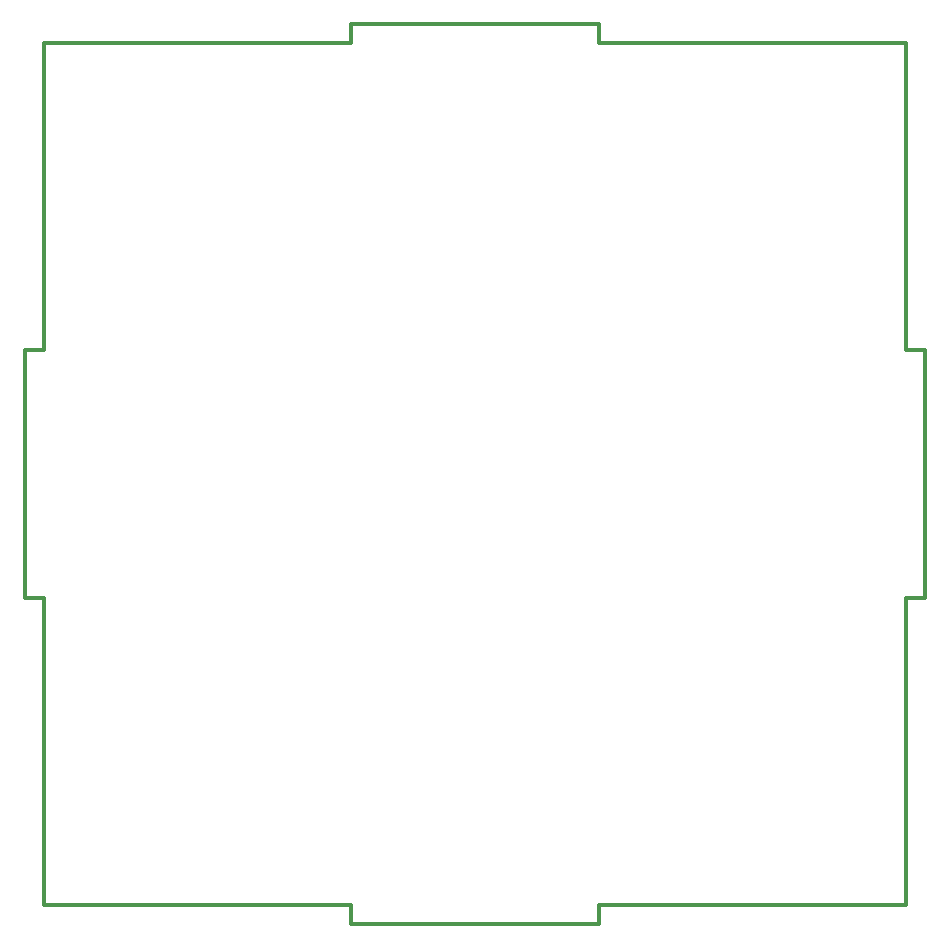
<source format=gbr>
%TF.GenerationSoftware,KiCad,Pcbnew,7.0.5-0*%
%TF.CreationDate,2024-04-21T20:18:31-04:00*%
%TF.ProjectId,swr_meter_rear,7377725f-6d65-4746-9572-5f726561722e,rev?*%
%TF.SameCoordinates,Original*%
%TF.FileFunction,Profile,NP*%
%FSLAX46Y46*%
G04 Gerber Fmt 4.6, Leading zero omitted, Abs format (unit mm)*
G04 Created by KiCad (PCBNEW 7.0.5-0) date 2024-04-21 20:18:31*
%MOMM*%
%LPD*%
G01*
G04 APERTURE LIST*
%TA.AperFunction,Profile*%
%ADD10C,0.349999*%
%TD*%
G04 APERTURE END LIST*
D10*
X173000000Y-27000000D02*
X147000000Y-27000000D01*
X126000000Y-100000000D02*
X100000000Y-100000000D01*
X147000000Y-25400002D02*
X126000000Y-25400002D01*
X173000000Y-53000000D02*
X173000000Y-27000000D01*
X173000000Y-74000000D02*
X174599998Y-74000000D01*
X174599998Y-74000000D02*
X174599998Y-53000000D01*
X98400001Y-74000000D02*
X100000000Y-74000000D01*
X100000000Y-53000000D02*
X98400001Y-53000000D01*
X100000000Y-74000000D02*
X100000000Y-100000000D01*
X98400001Y-53000000D02*
X98400001Y-74000000D01*
X174599998Y-53000000D02*
X173000000Y-53000000D01*
X100000000Y-27000000D02*
X100000000Y-53000000D01*
X126000000Y-25400002D02*
X126000000Y-27000000D01*
X147000000Y-101599999D02*
X147000000Y-100000000D01*
X147000000Y-25400002D02*
X147000000Y-27000000D01*
X126000000Y-100000000D02*
X126000000Y-101599999D01*
X126000000Y-101599999D02*
X147000000Y-101599999D01*
X126000000Y-27000000D02*
X100000000Y-27000000D01*
X173000000Y-100000000D02*
X173000000Y-74000000D01*
X147000000Y-100000000D02*
X173000000Y-100000000D01*
M02*

</source>
